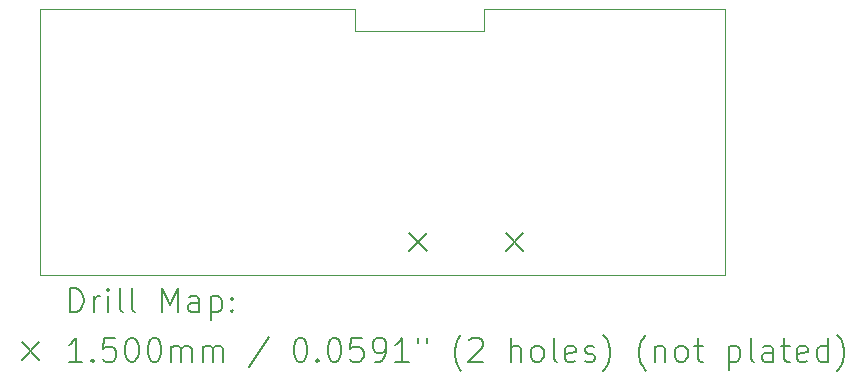
<source format=gbr>
%TF.GenerationSoftware,KiCad,Pcbnew,9.0.2*%
%TF.CreationDate,2025-06-19T13:18:15-04:00*%
%TF.ProjectId,farlock3,6661726c-6f63-46b3-932e-6b696361645f,v02*%
%TF.SameCoordinates,Original*%
%TF.FileFunction,Drillmap*%
%TF.FilePolarity,Positive*%
%FSLAX45Y45*%
G04 Gerber Fmt 4.5, Leading zero omitted, Abs format (unit mm)*
G04 Created by KiCad (PCBNEW 9.0.2) date 2025-06-19 13:18:15*
%MOMM*%
%LPD*%
G01*
G04 APERTURE LIST*
%ADD10C,0.100000*%
%ADD11C,0.200000*%
%ADD12C,0.150000*%
G04 APERTURE END LIST*
D10*
X18440917Y-9750000D02*
X12640000Y-9750000D01*
X12640000Y-7500000D02*
X15310000Y-7500000D01*
X12640000Y-9750000D02*
X12640000Y-7500000D01*
X16400000Y-7690000D02*
X16400000Y-7500000D01*
X15310000Y-7690000D02*
X16400000Y-7690000D01*
X15310000Y-7500000D02*
X15310000Y-7690000D01*
X18440961Y-7500000D02*
X18440917Y-9750000D01*
X16400000Y-7500000D02*
X18440961Y-7500000D01*
D11*
D12*
X15765000Y-9395000D02*
X15915000Y-9545000D01*
X15915000Y-9395000D02*
X15765000Y-9545000D01*
X16585000Y-9395000D02*
X16735000Y-9545000D01*
X16735000Y-9395000D02*
X16585000Y-9545000D01*
D11*
X12895777Y-10066484D02*
X12895777Y-9866484D01*
X12895777Y-9866484D02*
X12943396Y-9866484D01*
X12943396Y-9866484D02*
X12971967Y-9876008D01*
X12971967Y-9876008D02*
X12991015Y-9895055D01*
X12991015Y-9895055D02*
X13000539Y-9914103D01*
X13000539Y-9914103D02*
X13010062Y-9952198D01*
X13010062Y-9952198D02*
X13010062Y-9980770D01*
X13010062Y-9980770D02*
X13000539Y-10018865D01*
X13000539Y-10018865D02*
X12991015Y-10037912D01*
X12991015Y-10037912D02*
X12971967Y-10056960D01*
X12971967Y-10056960D02*
X12943396Y-10066484D01*
X12943396Y-10066484D02*
X12895777Y-10066484D01*
X13095777Y-10066484D02*
X13095777Y-9933150D01*
X13095777Y-9971246D02*
X13105301Y-9952198D01*
X13105301Y-9952198D02*
X13114824Y-9942674D01*
X13114824Y-9942674D02*
X13133872Y-9933150D01*
X13133872Y-9933150D02*
X13152920Y-9933150D01*
X13219586Y-10066484D02*
X13219586Y-9933150D01*
X13219586Y-9866484D02*
X13210062Y-9876008D01*
X13210062Y-9876008D02*
X13219586Y-9885531D01*
X13219586Y-9885531D02*
X13229110Y-9876008D01*
X13229110Y-9876008D02*
X13219586Y-9866484D01*
X13219586Y-9866484D02*
X13219586Y-9885531D01*
X13343396Y-10066484D02*
X13324348Y-10056960D01*
X13324348Y-10056960D02*
X13314824Y-10037912D01*
X13314824Y-10037912D02*
X13314824Y-9866484D01*
X13448158Y-10066484D02*
X13429110Y-10056960D01*
X13429110Y-10056960D02*
X13419586Y-10037912D01*
X13419586Y-10037912D02*
X13419586Y-9866484D01*
X13676729Y-10066484D02*
X13676729Y-9866484D01*
X13676729Y-9866484D02*
X13743396Y-10009341D01*
X13743396Y-10009341D02*
X13810062Y-9866484D01*
X13810062Y-9866484D02*
X13810062Y-10066484D01*
X13991015Y-10066484D02*
X13991015Y-9961722D01*
X13991015Y-9961722D02*
X13981491Y-9942674D01*
X13981491Y-9942674D02*
X13962443Y-9933150D01*
X13962443Y-9933150D02*
X13924348Y-9933150D01*
X13924348Y-9933150D02*
X13905301Y-9942674D01*
X13991015Y-10056960D02*
X13971967Y-10066484D01*
X13971967Y-10066484D02*
X13924348Y-10066484D01*
X13924348Y-10066484D02*
X13905301Y-10056960D01*
X13905301Y-10056960D02*
X13895777Y-10037912D01*
X13895777Y-10037912D02*
X13895777Y-10018865D01*
X13895777Y-10018865D02*
X13905301Y-9999817D01*
X13905301Y-9999817D02*
X13924348Y-9990293D01*
X13924348Y-9990293D02*
X13971967Y-9990293D01*
X13971967Y-9990293D02*
X13991015Y-9980770D01*
X14086253Y-9933150D02*
X14086253Y-10133150D01*
X14086253Y-9942674D02*
X14105301Y-9933150D01*
X14105301Y-9933150D02*
X14143396Y-9933150D01*
X14143396Y-9933150D02*
X14162443Y-9942674D01*
X14162443Y-9942674D02*
X14171967Y-9952198D01*
X14171967Y-9952198D02*
X14181491Y-9971246D01*
X14181491Y-9971246D02*
X14181491Y-10028389D01*
X14181491Y-10028389D02*
X14171967Y-10047436D01*
X14171967Y-10047436D02*
X14162443Y-10056960D01*
X14162443Y-10056960D02*
X14143396Y-10066484D01*
X14143396Y-10066484D02*
X14105301Y-10066484D01*
X14105301Y-10066484D02*
X14086253Y-10056960D01*
X14267205Y-10047436D02*
X14276729Y-10056960D01*
X14276729Y-10056960D02*
X14267205Y-10066484D01*
X14267205Y-10066484D02*
X14257682Y-10056960D01*
X14257682Y-10056960D02*
X14267205Y-10047436D01*
X14267205Y-10047436D02*
X14267205Y-10066484D01*
X14267205Y-9942674D02*
X14276729Y-9952198D01*
X14276729Y-9952198D02*
X14267205Y-9961722D01*
X14267205Y-9961722D02*
X14257682Y-9952198D01*
X14257682Y-9952198D02*
X14267205Y-9942674D01*
X14267205Y-9942674D02*
X14267205Y-9961722D01*
D12*
X12485000Y-10320000D02*
X12635000Y-10470000D01*
X12635000Y-10320000D02*
X12485000Y-10470000D01*
D11*
X13000539Y-10486484D02*
X12886253Y-10486484D01*
X12943396Y-10486484D02*
X12943396Y-10286484D01*
X12943396Y-10286484D02*
X12924348Y-10315055D01*
X12924348Y-10315055D02*
X12905301Y-10334103D01*
X12905301Y-10334103D02*
X12886253Y-10343627D01*
X13086253Y-10467436D02*
X13095777Y-10476960D01*
X13095777Y-10476960D02*
X13086253Y-10486484D01*
X13086253Y-10486484D02*
X13076729Y-10476960D01*
X13076729Y-10476960D02*
X13086253Y-10467436D01*
X13086253Y-10467436D02*
X13086253Y-10486484D01*
X13276729Y-10286484D02*
X13181491Y-10286484D01*
X13181491Y-10286484D02*
X13171967Y-10381722D01*
X13171967Y-10381722D02*
X13181491Y-10372198D01*
X13181491Y-10372198D02*
X13200539Y-10362674D01*
X13200539Y-10362674D02*
X13248158Y-10362674D01*
X13248158Y-10362674D02*
X13267205Y-10372198D01*
X13267205Y-10372198D02*
X13276729Y-10381722D01*
X13276729Y-10381722D02*
X13286253Y-10400770D01*
X13286253Y-10400770D02*
X13286253Y-10448389D01*
X13286253Y-10448389D02*
X13276729Y-10467436D01*
X13276729Y-10467436D02*
X13267205Y-10476960D01*
X13267205Y-10476960D02*
X13248158Y-10486484D01*
X13248158Y-10486484D02*
X13200539Y-10486484D01*
X13200539Y-10486484D02*
X13181491Y-10476960D01*
X13181491Y-10476960D02*
X13171967Y-10467436D01*
X13410062Y-10286484D02*
X13429110Y-10286484D01*
X13429110Y-10286484D02*
X13448158Y-10296008D01*
X13448158Y-10296008D02*
X13457682Y-10305531D01*
X13457682Y-10305531D02*
X13467205Y-10324579D01*
X13467205Y-10324579D02*
X13476729Y-10362674D01*
X13476729Y-10362674D02*
X13476729Y-10410293D01*
X13476729Y-10410293D02*
X13467205Y-10448389D01*
X13467205Y-10448389D02*
X13457682Y-10467436D01*
X13457682Y-10467436D02*
X13448158Y-10476960D01*
X13448158Y-10476960D02*
X13429110Y-10486484D01*
X13429110Y-10486484D02*
X13410062Y-10486484D01*
X13410062Y-10486484D02*
X13391015Y-10476960D01*
X13391015Y-10476960D02*
X13381491Y-10467436D01*
X13381491Y-10467436D02*
X13371967Y-10448389D01*
X13371967Y-10448389D02*
X13362443Y-10410293D01*
X13362443Y-10410293D02*
X13362443Y-10362674D01*
X13362443Y-10362674D02*
X13371967Y-10324579D01*
X13371967Y-10324579D02*
X13381491Y-10305531D01*
X13381491Y-10305531D02*
X13391015Y-10296008D01*
X13391015Y-10296008D02*
X13410062Y-10286484D01*
X13600539Y-10286484D02*
X13619586Y-10286484D01*
X13619586Y-10286484D02*
X13638634Y-10296008D01*
X13638634Y-10296008D02*
X13648158Y-10305531D01*
X13648158Y-10305531D02*
X13657682Y-10324579D01*
X13657682Y-10324579D02*
X13667205Y-10362674D01*
X13667205Y-10362674D02*
X13667205Y-10410293D01*
X13667205Y-10410293D02*
X13657682Y-10448389D01*
X13657682Y-10448389D02*
X13648158Y-10467436D01*
X13648158Y-10467436D02*
X13638634Y-10476960D01*
X13638634Y-10476960D02*
X13619586Y-10486484D01*
X13619586Y-10486484D02*
X13600539Y-10486484D01*
X13600539Y-10486484D02*
X13581491Y-10476960D01*
X13581491Y-10476960D02*
X13571967Y-10467436D01*
X13571967Y-10467436D02*
X13562443Y-10448389D01*
X13562443Y-10448389D02*
X13552920Y-10410293D01*
X13552920Y-10410293D02*
X13552920Y-10362674D01*
X13552920Y-10362674D02*
X13562443Y-10324579D01*
X13562443Y-10324579D02*
X13571967Y-10305531D01*
X13571967Y-10305531D02*
X13581491Y-10296008D01*
X13581491Y-10296008D02*
X13600539Y-10286484D01*
X13752920Y-10486484D02*
X13752920Y-10353150D01*
X13752920Y-10372198D02*
X13762443Y-10362674D01*
X13762443Y-10362674D02*
X13781491Y-10353150D01*
X13781491Y-10353150D02*
X13810063Y-10353150D01*
X13810063Y-10353150D02*
X13829110Y-10362674D01*
X13829110Y-10362674D02*
X13838634Y-10381722D01*
X13838634Y-10381722D02*
X13838634Y-10486484D01*
X13838634Y-10381722D02*
X13848158Y-10362674D01*
X13848158Y-10362674D02*
X13867205Y-10353150D01*
X13867205Y-10353150D02*
X13895777Y-10353150D01*
X13895777Y-10353150D02*
X13914824Y-10362674D01*
X13914824Y-10362674D02*
X13924348Y-10381722D01*
X13924348Y-10381722D02*
X13924348Y-10486484D01*
X14019586Y-10486484D02*
X14019586Y-10353150D01*
X14019586Y-10372198D02*
X14029110Y-10362674D01*
X14029110Y-10362674D02*
X14048158Y-10353150D01*
X14048158Y-10353150D02*
X14076729Y-10353150D01*
X14076729Y-10353150D02*
X14095777Y-10362674D01*
X14095777Y-10362674D02*
X14105301Y-10381722D01*
X14105301Y-10381722D02*
X14105301Y-10486484D01*
X14105301Y-10381722D02*
X14114824Y-10362674D01*
X14114824Y-10362674D02*
X14133872Y-10353150D01*
X14133872Y-10353150D02*
X14162443Y-10353150D01*
X14162443Y-10353150D02*
X14181491Y-10362674D01*
X14181491Y-10362674D02*
X14191015Y-10381722D01*
X14191015Y-10381722D02*
X14191015Y-10486484D01*
X14581491Y-10276960D02*
X14410063Y-10534103D01*
X14838634Y-10286484D02*
X14857682Y-10286484D01*
X14857682Y-10286484D02*
X14876729Y-10296008D01*
X14876729Y-10296008D02*
X14886253Y-10305531D01*
X14886253Y-10305531D02*
X14895777Y-10324579D01*
X14895777Y-10324579D02*
X14905301Y-10362674D01*
X14905301Y-10362674D02*
X14905301Y-10410293D01*
X14905301Y-10410293D02*
X14895777Y-10448389D01*
X14895777Y-10448389D02*
X14886253Y-10467436D01*
X14886253Y-10467436D02*
X14876729Y-10476960D01*
X14876729Y-10476960D02*
X14857682Y-10486484D01*
X14857682Y-10486484D02*
X14838634Y-10486484D01*
X14838634Y-10486484D02*
X14819586Y-10476960D01*
X14819586Y-10476960D02*
X14810063Y-10467436D01*
X14810063Y-10467436D02*
X14800539Y-10448389D01*
X14800539Y-10448389D02*
X14791015Y-10410293D01*
X14791015Y-10410293D02*
X14791015Y-10362674D01*
X14791015Y-10362674D02*
X14800539Y-10324579D01*
X14800539Y-10324579D02*
X14810063Y-10305531D01*
X14810063Y-10305531D02*
X14819586Y-10296008D01*
X14819586Y-10296008D02*
X14838634Y-10286484D01*
X14991015Y-10467436D02*
X15000539Y-10476960D01*
X15000539Y-10476960D02*
X14991015Y-10486484D01*
X14991015Y-10486484D02*
X14981491Y-10476960D01*
X14981491Y-10476960D02*
X14991015Y-10467436D01*
X14991015Y-10467436D02*
X14991015Y-10486484D01*
X15124348Y-10286484D02*
X15143396Y-10286484D01*
X15143396Y-10286484D02*
X15162444Y-10296008D01*
X15162444Y-10296008D02*
X15171967Y-10305531D01*
X15171967Y-10305531D02*
X15181491Y-10324579D01*
X15181491Y-10324579D02*
X15191015Y-10362674D01*
X15191015Y-10362674D02*
X15191015Y-10410293D01*
X15191015Y-10410293D02*
X15181491Y-10448389D01*
X15181491Y-10448389D02*
X15171967Y-10467436D01*
X15171967Y-10467436D02*
X15162444Y-10476960D01*
X15162444Y-10476960D02*
X15143396Y-10486484D01*
X15143396Y-10486484D02*
X15124348Y-10486484D01*
X15124348Y-10486484D02*
X15105301Y-10476960D01*
X15105301Y-10476960D02*
X15095777Y-10467436D01*
X15095777Y-10467436D02*
X15086253Y-10448389D01*
X15086253Y-10448389D02*
X15076729Y-10410293D01*
X15076729Y-10410293D02*
X15076729Y-10362674D01*
X15076729Y-10362674D02*
X15086253Y-10324579D01*
X15086253Y-10324579D02*
X15095777Y-10305531D01*
X15095777Y-10305531D02*
X15105301Y-10296008D01*
X15105301Y-10296008D02*
X15124348Y-10286484D01*
X15371967Y-10286484D02*
X15276729Y-10286484D01*
X15276729Y-10286484D02*
X15267206Y-10381722D01*
X15267206Y-10381722D02*
X15276729Y-10372198D01*
X15276729Y-10372198D02*
X15295777Y-10362674D01*
X15295777Y-10362674D02*
X15343396Y-10362674D01*
X15343396Y-10362674D02*
X15362444Y-10372198D01*
X15362444Y-10372198D02*
X15371967Y-10381722D01*
X15371967Y-10381722D02*
X15381491Y-10400770D01*
X15381491Y-10400770D02*
X15381491Y-10448389D01*
X15381491Y-10448389D02*
X15371967Y-10467436D01*
X15371967Y-10467436D02*
X15362444Y-10476960D01*
X15362444Y-10476960D02*
X15343396Y-10486484D01*
X15343396Y-10486484D02*
X15295777Y-10486484D01*
X15295777Y-10486484D02*
X15276729Y-10476960D01*
X15276729Y-10476960D02*
X15267206Y-10467436D01*
X15476729Y-10486484D02*
X15514825Y-10486484D01*
X15514825Y-10486484D02*
X15533872Y-10476960D01*
X15533872Y-10476960D02*
X15543396Y-10467436D01*
X15543396Y-10467436D02*
X15562444Y-10438865D01*
X15562444Y-10438865D02*
X15571967Y-10400770D01*
X15571967Y-10400770D02*
X15571967Y-10324579D01*
X15571967Y-10324579D02*
X15562444Y-10305531D01*
X15562444Y-10305531D02*
X15552920Y-10296008D01*
X15552920Y-10296008D02*
X15533872Y-10286484D01*
X15533872Y-10286484D02*
X15495777Y-10286484D01*
X15495777Y-10286484D02*
X15476729Y-10296008D01*
X15476729Y-10296008D02*
X15467206Y-10305531D01*
X15467206Y-10305531D02*
X15457682Y-10324579D01*
X15457682Y-10324579D02*
X15457682Y-10372198D01*
X15457682Y-10372198D02*
X15467206Y-10391246D01*
X15467206Y-10391246D02*
X15476729Y-10400770D01*
X15476729Y-10400770D02*
X15495777Y-10410293D01*
X15495777Y-10410293D02*
X15533872Y-10410293D01*
X15533872Y-10410293D02*
X15552920Y-10400770D01*
X15552920Y-10400770D02*
X15562444Y-10391246D01*
X15562444Y-10391246D02*
X15571967Y-10372198D01*
X15762444Y-10486484D02*
X15648158Y-10486484D01*
X15705301Y-10486484D02*
X15705301Y-10286484D01*
X15705301Y-10286484D02*
X15686253Y-10315055D01*
X15686253Y-10315055D02*
X15667206Y-10334103D01*
X15667206Y-10334103D02*
X15648158Y-10343627D01*
X15838634Y-10286484D02*
X15838634Y-10324579D01*
X15914825Y-10286484D02*
X15914825Y-10324579D01*
X16210063Y-10562674D02*
X16200539Y-10553150D01*
X16200539Y-10553150D02*
X16181491Y-10524579D01*
X16181491Y-10524579D02*
X16171968Y-10505531D01*
X16171968Y-10505531D02*
X16162444Y-10476960D01*
X16162444Y-10476960D02*
X16152920Y-10429341D01*
X16152920Y-10429341D02*
X16152920Y-10391246D01*
X16152920Y-10391246D02*
X16162444Y-10343627D01*
X16162444Y-10343627D02*
X16171968Y-10315055D01*
X16171968Y-10315055D02*
X16181491Y-10296008D01*
X16181491Y-10296008D02*
X16200539Y-10267436D01*
X16200539Y-10267436D02*
X16210063Y-10257912D01*
X16276729Y-10305531D02*
X16286253Y-10296008D01*
X16286253Y-10296008D02*
X16305301Y-10286484D01*
X16305301Y-10286484D02*
X16352920Y-10286484D01*
X16352920Y-10286484D02*
X16371968Y-10296008D01*
X16371968Y-10296008D02*
X16381491Y-10305531D01*
X16381491Y-10305531D02*
X16391015Y-10324579D01*
X16391015Y-10324579D02*
X16391015Y-10343627D01*
X16391015Y-10343627D02*
X16381491Y-10372198D01*
X16381491Y-10372198D02*
X16267206Y-10486484D01*
X16267206Y-10486484D02*
X16391015Y-10486484D01*
X16629110Y-10486484D02*
X16629110Y-10286484D01*
X16714825Y-10486484D02*
X16714825Y-10381722D01*
X16714825Y-10381722D02*
X16705301Y-10362674D01*
X16705301Y-10362674D02*
X16686253Y-10353150D01*
X16686253Y-10353150D02*
X16657682Y-10353150D01*
X16657682Y-10353150D02*
X16638634Y-10362674D01*
X16638634Y-10362674D02*
X16629110Y-10372198D01*
X16838634Y-10486484D02*
X16819587Y-10476960D01*
X16819587Y-10476960D02*
X16810063Y-10467436D01*
X16810063Y-10467436D02*
X16800539Y-10448389D01*
X16800539Y-10448389D02*
X16800539Y-10391246D01*
X16800539Y-10391246D02*
X16810063Y-10372198D01*
X16810063Y-10372198D02*
X16819587Y-10362674D01*
X16819587Y-10362674D02*
X16838634Y-10353150D01*
X16838634Y-10353150D02*
X16867206Y-10353150D01*
X16867206Y-10353150D02*
X16886253Y-10362674D01*
X16886253Y-10362674D02*
X16895777Y-10372198D01*
X16895777Y-10372198D02*
X16905301Y-10391246D01*
X16905301Y-10391246D02*
X16905301Y-10448389D01*
X16905301Y-10448389D02*
X16895777Y-10467436D01*
X16895777Y-10467436D02*
X16886253Y-10476960D01*
X16886253Y-10476960D02*
X16867206Y-10486484D01*
X16867206Y-10486484D02*
X16838634Y-10486484D01*
X17019587Y-10486484D02*
X17000539Y-10476960D01*
X17000539Y-10476960D02*
X16991015Y-10457912D01*
X16991015Y-10457912D02*
X16991015Y-10286484D01*
X17171968Y-10476960D02*
X17152920Y-10486484D01*
X17152920Y-10486484D02*
X17114825Y-10486484D01*
X17114825Y-10486484D02*
X17095777Y-10476960D01*
X17095777Y-10476960D02*
X17086253Y-10457912D01*
X17086253Y-10457912D02*
X17086253Y-10381722D01*
X17086253Y-10381722D02*
X17095777Y-10362674D01*
X17095777Y-10362674D02*
X17114825Y-10353150D01*
X17114825Y-10353150D02*
X17152920Y-10353150D01*
X17152920Y-10353150D02*
X17171968Y-10362674D01*
X17171968Y-10362674D02*
X17181492Y-10381722D01*
X17181492Y-10381722D02*
X17181492Y-10400770D01*
X17181492Y-10400770D02*
X17086253Y-10419817D01*
X17257682Y-10476960D02*
X17276730Y-10486484D01*
X17276730Y-10486484D02*
X17314825Y-10486484D01*
X17314825Y-10486484D02*
X17333873Y-10476960D01*
X17333873Y-10476960D02*
X17343396Y-10457912D01*
X17343396Y-10457912D02*
X17343396Y-10448389D01*
X17343396Y-10448389D02*
X17333873Y-10429341D01*
X17333873Y-10429341D02*
X17314825Y-10419817D01*
X17314825Y-10419817D02*
X17286253Y-10419817D01*
X17286253Y-10419817D02*
X17267206Y-10410293D01*
X17267206Y-10410293D02*
X17257682Y-10391246D01*
X17257682Y-10391246D02*
X17257682Y-10381722D01*
X17257682Y-10381722D02*
X17267206Y-10362674D01*
X17267206Y-10362674D02*
X17286253Y-10353150D01*
X17286253Y-10353150D02*
X17314825Y-10353150D01*
X17314825Y-10353150D02*
X17333873Y-10362674D01*
X17410063Y-10562674D02*
X17419587Y-10553150D01*
X17419587Y-10553150D02*
X17438634Y-10524579D01*
X17438634Y-10524579D02*
X17448158Y-10505531D01*
X17448158Y-10505531D02*
X17457682Y-10476960D01*
X17457682Y-10476960D02*
X17467206Y-10429341D01*
X17467206Y-10429341D02*
X17467206Y-10391246D01*
X17467206Y-10391246D02*
X17457682Y-10343627D01*
X17457682Y-10343627D02*
X17448158Y-10315055D01*
X17448158Y-10315055D02*
X17438634Y-10296008D01*
X17438634Y-10296008D02*
X17419587Y-10267436D01*
X17419587Y-10267436D02*
X17410063Y-10257912D01*
X17771968Y-10562674D02*
X17762444Y-10553150D01*
X17762444Y-10553150D02*
X17743396Y-10524579D01*
X17743396Y-10524579D02*
X17733873Y-10505531D01*
X17733873Y-10505531D02*
X17724349Y-10476960D01*
X17724349Y-10476960D02*
X17714825Y-10429341D01*
X17714825Y-10429341D02*
X17714825Y-10391246D01*
X17714825Y-10391246D02*
X17724349Y-10343627D01*
X17724349Y-10343627D02*
X17733873Y-10315055D01*
X17733873Y-10315055D02*
X17743396Y-10296008D01*
X17743396Y-10296008D02*
X17762444Y-10267436D01*
X17762444Y-10267436D02*
X17771968Y-10257912D01*
X17848158Y-10353150D02*
X17848158Y-10486484D01*
X17848158Y-10372198D02*
X17857682Y-10362674D01*
X17857682Y-10362674D02*
X17876730Y-10353150D01*
X17876730Y-10353150D02*
X17905301Y-10353150D01*
X17905301Y-10353150D02*
X17924349Y-10362674D01*
X17924349Y-10362674D02*
X17933873Y-10381722D01*
X17933873Y-10381722D02*
X17933873Y-10486484D01*
X18057682Y-10486484D02*
X18038634Y-10476960D01*
X18038634Y-10476960D02*
X18029111Y-10467436D01*
X18029111Y-10467436D02*
X18019587Y-10448389D01*
X18019587Y-10448389D02*
X18019587Y-10391246D01*
X18019587Y-10391246D02*
X18029111Y-10372198D01*
X18029111Y-10372198D02*
X18038634Y-10362674D01*
X18038634Y-10362674D02*
X18057682Y-10353150D01*
X18057682Y-10353150D02*
X18086254Y-10353150D01*
X18086254Y-10353150D02*
X18105301Y-10362674D01*
X18105301Y-10362674D02*
X18114825Y-10372198D01*
X18114825Y-10372198D02*
X18124349Y-10391246D01*
X18124349Y-10391246D02*
X18124349Y-10448389D01*
X18124349Y-10448389D02*
X18114825Y-10467436D01*
X18114825Y-10467436D02*
X18105301Y-10476960D01*
X18105301Y-10476960D02*
X18086254Y-10486484D01*
X18086254Y-10486484D02*
X18057682Y-10486484D01*
X18181492Y-10353150D02*
X18257682Y-10353150D01*
X18210063Y-10286484D02*
X18210063Y-10457912D01*
X18210063Y-10457912D02*
X18219587Y-10476960D01*
X18219587Y-10476960D02*
X18238634Y-10486484D01*
X18238634Y-10486484D02*
X18257682Y-10486484D01*
X18476730Y-10353150D02*
X18476730Y-10553150D01*
X18476730Y-10362674D02*
X18495777Y-10353150D01*
X18495777Y-10353150D02*
X18533873Y-10353150D01*
X18533873Y-10353150D02*
X18552920Y-10362674D01*
X18552920Y-10362674D02*
X18562444Y-10372198D01*
X18562444Y-10372198D02*
X18571968Y-10391246D01*
X18571968Y-10391246D02*
X18571968Y-10448389D01*
X18571968Y-10448389D02*
X18562444Y-10467436D01*
X18562444Y-10467436D02*
X18552920Y-10476960D01*
X18552920Y-10476960D02*
X18533873Y-10486484D01*
X18533873Y-10486484D02*
X18495777Y-10486484D01*
X18495777Y-10486484D02*
X18476730Y-10476960D01*
X18686254Y-10486484D02*
X18667206Y-10476960D01*
X18667206Y-10476960D02*
X18657682Y-10457912D01*
X18657682Y-10457912D02*
X18657682Y-10286484D01*
X18848158Y-10486484D02*
X18848158Y-10381722D01*
X18848158Y-10381722D02*
X18838635Y-10362674D01*
X18838635Y-10362674D02*
X18819587Y-10353150D01*
X18819587Y-10353150D02*
X18781492Y-10353150D01*
X18781492Y-10353150D02*
X18762444Y-10362674D01*
X18848158Y-10476960D02*
X18829111Y-10486484D01*
X18829111Y-10486484D02*
X18781492Y-10486484D01*
X18781492Y-10486484D02*
X18762444Y-10476960D01*
X18762444Y-10476960D02*
X18752920Y-10457912D01*
X18752920Y-10457912D02*
X18752920Y-10438865D01*
X18752920Y-10438865D02*
X18762444Y-10419817D01*
X18762444Y-10419817D02*
X18781492Y-10410293D01*
X18781492Y-10410293D02*
X18829111Y-10410293D01*
X18829111Y-10410293D02*
X18848158Y-10400770D01*
X18914825Y-10353150D02*
X18991015Y-10353150D01*
X18943396Y-10286484D02*
X18943396Y-10457912D01*
X18943396Y-10457912D02*
X18952920Y-10476960D01*
X18952920Y-10476960D02*
X18971968Y-10486484D01*
X18971968Y-10486484D02*
X18991015Y-10486484D01*
X19133873Y-10476960D02*
X19114825Y-10486484D01*
X19114825Y-10486484D02*
X19076730Y-10486484D01*
X19076730Y-10486484D02*
X19057682Y-10476960D01*
X19057682Y-10476960D02*
X19048158Y-10457912D01*
X19048158Y-10457912D02*
X19048158Y-10381722D01*
X19048158Y-10381722D02*
X19057682Y-10362674D01*
X19057682Y-10362674D02*
X19076730Y-10353150D01*
X19076730Y-10353150D02*
X19114825Y-10353150D01*
X19114825Y-10353150D02*
X19133873Y-10362674D01*
X19133873Y-10362674D02*
X19143396Y-10381722D01*
X19143396Y-10381722D02*
X19143396Y-10400770D01*
X19143396Y-10400770D02*
X19048158Y-10419817D01*
X19314825Y-10486484D02*
X19314825Y-10286484D01*
X19314825Y-10476960D02*
X19295777Y-10486484D01*
X19295777Y-10486484D02*
X19257682Y-10486484D01*
X19257682Y-10486484D02*
X19238635Y-10476960D01*
X19238635Y-10476960D02*
X19229111Y-10467436D01*
X19229111Y-10467436D02*
X19219587Y-10448389D01*
X19219587Y-10448389D02*
X19219587Y-10391246D01*
X19219587Y-10391246D02*
X19229111Y-10372198D01*
X19229111Y-10372198D02*
X19238635Y-10362674D01*
X19238635Y-10362674D02*
X19257682Y-10353150D01*
X19257682Y-10353150D02*
X19295777Y-10353150D01*
X19295777Y-10353150D02*
X19314825Y-10362674D01*
X19391016Y-10562674D02*
X19400539Y-10553150D01*
X19400539Y-10553150D02*
X19419587Y-10524579D01*
X19419587Y-10524579D02*
X19429111Y-10505531D01*
X19429111Y-10505531D02*
X19438635Y-10476960D01*
X19438635Y-10476960D02*
X19448158Y-10429341D01*
X19448158Y-10429341D02*
X19448158Y-10391246D01*
X19448158Y-10391246D02*
X19438635Y-10343627D01*
X19438635Y-10343627D02*
X19429111Y-10315055D01*
X19429111Y-10315055D02*
X19419587Y-10296008D01*
X19419587Y-10296008D02*
X19400539Y-10267436D01*
X19400539Y-10267436D02*
X19391016Y-10257912D01*
M02*

</source>
